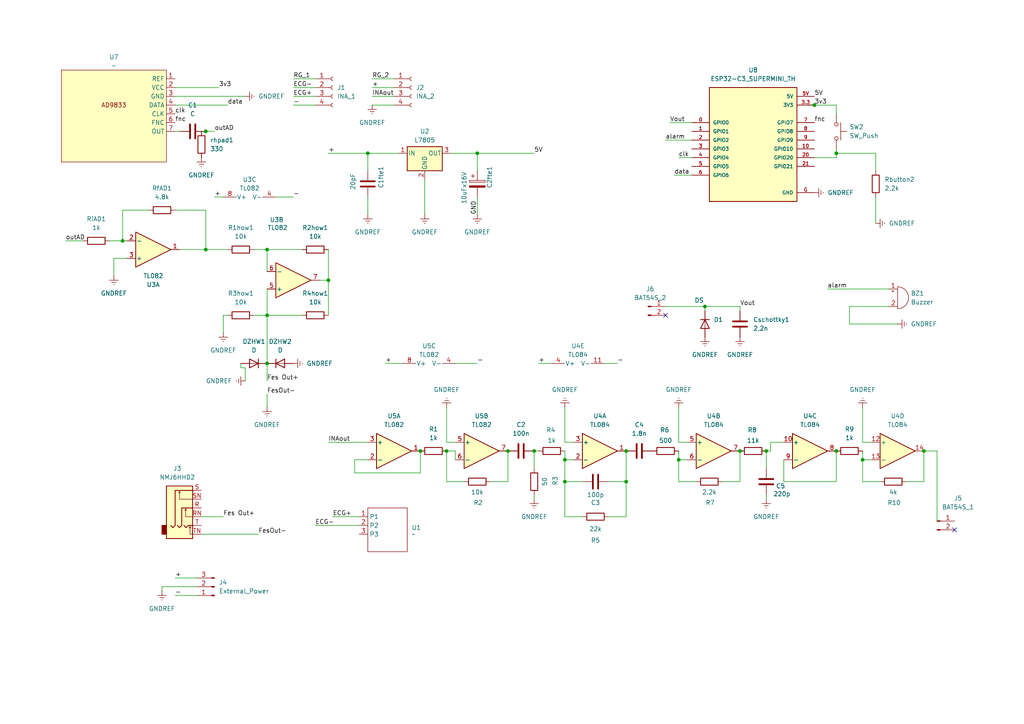
<source format=kicad_sch>
(kicad_sch (version 20250114) (generator "eeschema") (generator_version "9.0")
  (paper "A4")
  (lib_symbols
    (symbol "AD9833:AD9833" (in_bom no) (on_board no)
      (property "Reference" "U" (at 0 7.62 0))
      (symbol "AD9833_1_1"
        (rectangle (start -15.24 11.43) (end 15.24 -15.24) (fill (type background)))
        (text "AD9833\n" (at 0 1.27 0) (effects (font (size 1.27 1.27))))
        (pin passive line (at 17.78 8.89 180) (length 2.54) (name "REF") (number "1"))
        (pin power_in line (at 17.78 6.35 180) (length 2.54) (name "VCC") (number "2"))
        (pin power_out line (at 17.78 3.81 180) (length 2.54) (name "GND") (number "3"))
        (pin passive line (at 17.78 1.27 180) (length 2.54) (name "DATA") (number "4"))
        (pin passive line (at 17.78 -1.27 180) (length 2.54) (name "CLK") (number "5"))
        (pin passive line (at 17.78 -3.81 180) (length 2.54) (name "FNC") (number "6"))
        (pin output line (at 17.78 -6.35 180) (length 2.54) (name "OUT") (number "7"))
      )
    )
    (symbol "Amplifier_Operational:TL082" (pin_names (offset 0.127))
      (property "Reference" "U" (at 0 5.08 0))
      (property "Value" "TL082" (at 0 -5.08 0))
      (symbol "TL082_1_1"
        (polyline (pts (xy -5.08 5.08) (xy 5.08 0) (xy -5.08 -5.08) (xy -5.08 5.08)) (stroke (width 0.254)) (fill (type background)))
        (pin input line (at -7.62 2.54 0) (length 2.54) (name "+") (number "3"))
        (pin input line (at -7.62 -2.54 0) (length 2.54) (name "-") (number "2"))
        (pin output line (at 7.62 0 180) (length 2.54) (name "~") (number "1"))
      )
      (symbol "TL082_2_1"
        (polyline (pts (xy -5.08 5.08) (xy 5.08 0) (xy -5.08 -5.08) (xy -5.08 5.08)) (stroke (width 0.254)) (fill (type background)))
        (pin input line (at -7.62 2.54 0) (length 2.54) (name "+") (number "5"))
        (pin input line (at -7.62 -2.54 0) (length 2.54) (name "-") (number "6"))
        (pin output line (at 7.62 0 180) (length 2.54) (name "~") (number "7"))
      )
      (symbol "TL082_3_1"
        (pin power_in line (at -2.54 7.62 270) (length 3.81) (name "V+") (number "8"))
        (pin power_in line (at -2.54 -7.62 90) (length 3.81) (name "V-") (number "4"))
      )
    )
    (symbol "Amplifier_Operational:TL084" (pin_names (offset 0.127))
      (property "Reference" "U" (at 0 5.08 0))
      (property "Value" "TL084" (at 0 -5.08 0))
      (symbol "TL084_1_1"
        (polyline (pts (xy -5.08 5.08) (xy 5.08 0) (xy -5.08 -5.08) (xy -5.08 5.08)) (stroke (width 0.254)) (fill (type background)))
        (pin input line (at -7.62 2.54 0) (length 2.54) (name "+") (number "3"))
        (pin input line (at -7.62 -2.54 0) (length 2.54) (name "-") (number "2"))
        (pin output line (at 7.62 0 180) (length 2.54) (name "~") (number "1"))
      )
      (symbol "TL084_2_1"
        (polyline (pts (xy -5.08 5.08) (xy 5.08 0) (xy -5.08 -5.08) (xy -5.08 5.08)) (stroke (width 0.254)) (fill (type background)))
        (pin input line (at -7.62 2.54 0) (length 2.54) (name "+") (number "5"))
        (pin input line (at -7.62 -2.54 0) (length 2.54) (name "-") (number "6"))
        (pin output line (at 7.62 0 180) (length 2.54) (name "~") (number "7"))
      )
      (symbol "TL084_3_1"
        (polyline (pts (xy -5.08 5.08) (xy 5.08 0) (xy -5.08 -5.08) (xy -5.08 5.08)) (stroke (width 0.254)) (fill (type background)))
        (pin input line (at -7.62 2.54 0) (length 2.54) (name "+") (number "10"))
        (pin input line (at -7.62 -2.54 0) (length 2.54) (name "-") (number "9"))
        (pin output line (at 7.62 0 180) (length 2.54) (name "~") (number "8"))
      )
      (symbol "TL084_4_1"
        (polyline (pts (xy -5.08 5.08) (xy 5.08 0) (xy -5.08 -5.08) (xy -5.08 5.08)) (stroke (width 0.254)) (fill (type background)))
        (pin input line (at -7.62 2.54 0) (length 2.54) (name "+") (number "12"))
        (pin input line (at -7.62 -2.54 0) (length 2.54) (name "-") (number "13"))
        (pin output line (at 7.62 0 180) (length 2.54) (name "~") (number "14"))
      )
      (symbol "TL084_5_1"
        (pin power_in line (at -2.54 7.62 270) (length 3.81) (name "V+") (number "4"))
        (pin power_in line (at -2.54 -7.62 90) (length 3.81) (name "V-") (number "11"))
      )
    )
    (symbol "Connector:Conn_01x02_Pin" (pin_names (offset 1.016) (hide yes))
      (property "Reference" "J" (at 0 2.54 0))
      (property "Value" "Conn_01x02_Pin" (at 0 -5.08 0))
      (symbol "Conn_01x02_Pin_1_1"
        (rectangle (start 0.8636 0.127) (end 0 -0.127) (stroke (width 0.1524)) (fill (type outline)))
        (rectangle (start 0.8636 -2.413) (end 0 -2.667) (stroke (width 0.1524)) (fill (type outline)))
        (polyline (pts (xy 1.27 0) (xy 0.8636 0)) (stroke (width 0.1524)))
        (polyline (pts (xy 1.27 -2.54) (xy 0.8636 -2.54)) (stroke (width 0.1524)))
        (pin passive line (at 5.08 0 180) (length 3.81) (name "Pin_1") (number "1"))
        (pin passive line (at 5.08 -2.54 180) (length 3.81) (name "Pin_2") (number "2"))
      )
    )
    (symbol "Connector:Conn_01x03_Pin" (pin_names (offset 1.016) (hide yes))
      (property "Reference" "J" (at 0 5.08 0))
      (property "Value" "Conn_01x03_Pin" (at 0 -5.08 0))
      (symbol "Conn_01x03_Pin_1_1"
        (rectangle (start 0.8636 2.667) (end 0 2.413) (stroke (width 0.1524)) (fill (type outline)))
        (rectangle (start 0.8636 0.127) (end 0 -0.127) (stroke (width 0.1524)) (fill (type outline)))
        (rectangle (start 0.8636 -2.413) (end 0 -2.667) (stroke (width 0.1524)) (fill (type outline)))
        (polyline (pts (xy 1.27 2.54) (xy 0.8636 2.54)) (stroke (width 0.1524)))
        (polyline (pts (xy 1.27 0) (xy 0.8636 0)) (stroke (width 0.1524)))
        (polyline (pts (xy 1.27 -2.54) (xy 0.8636 -2.54)) (stroke (width 0.1524)))
        (pin passive line (at 5.08 2.54 180) (length 3.81) (name "Pin_1") (number "1"))
        (pin passive line (at 5.08 0 180) (length 3.81) (name "Pin_2") (number "2"))
        (pin passive line (at 5.08 -2.54 180) (length 3.81) (name "Pin_3") (number "3"))
      )
    )
    (symbol "Connector:Conn_01x04_Socket" (pin_names (offset 1.016) (hide yes))
      (property "Reference" "J" (at 0 5.08 0))
      (property "Value" "Conn_01x04_Socket" (at 0 -7.62 0))
      (symbol "Conn_01x04_Socket_1_1"
        (polyline (pts (xy -1.27 2.54) (xy -0.508 2.54)) (stroke (width 0.1524)))
        (polyline (pts (xy -1.27 0) (xy -0.508 0)) (stroke (width 0.1524)))
        (polyline (pts (xy -1.27 -2.54) (xy -0.508 -2.54)) (stroke (width 0.1524)))
        (polyline (pts (xy -1.27 -5.08) (xy -0.508 -5.08)) (stroke (width 0.1524)))
        (arc (start 0 2.032) (mid -0.5058 2.54) (end 0 3.048) (stroke (width 0.1524)))
        (arc (start 0 -0.508) (mid -0.5058 0) (end 0 0.508) (stroke (width 0.1524)))
        (arc (start 0 -3.048) (mid -0.5058 -2.54) (end 0 -2.032) (stroke (width 0.1524)))
        (arc (start 0 -5.588) (mid -0.5058 -5.08) (end 0 -4.572) (stroke (width 0.1524)))
        (pin passive line (at -5.08 2.54 0) (length 3.81) (name "Pin_1") (number "1"))
        (pin passive line (at -5.08 0 0) (length 3.81) (name "Pin_2") (number "2"))
        (pin passive line (at -5.08 -2.54 0) (length 3.81) (name "Pin_3") (number "3"))
        (pin passive line (at -5.08 -5.08 0) (length 3.81) (name "Pin_4") (number "4"))
      )
    )
    (symbol "Connector_Audio:NMJ6HHD2"
      (property "Reference" "J" (at 0 11.43 0))
      (property "Value" "NMJ6HHD2" (at 0 8.89 0))
      (symbol "NMJ6HHD2_0_1"
        (rectangle (start -5.08 -5.08) (end -6.35 -7.62) (stroke (width 0.254)) (fill (type outline)))
        (polyline (pts (xy -1.905 -5.08) (xy -1.27 -5.715) (xy -0.635 -5.08) (xy -0.635 0) (xy 2.54 0)) (stroke (width 0.254)))
        (polyline (pts (xy -1.27 4.826) (xy -1.016 4.318)))
        (polyline (pts (xy 0 -5.08) (xy 0.635 -5.715) (xy 1.27 -5.08) (xy 2.54 -5.08)) (stroke (width 0.254)))
        (polyline (pts (xy 0.508 -0.254) (xy 0.762 -0.762)))
        (polyline (pts (xy 1.778 -5.334) (xy 2.032 -5.842)))
        (rectangle (start 2.54 6.35) (end -5.08 -8.89) (stroke (width 0.254)) (fill (type background)))
        (polyline (pts (xy 2.54 5.08) (xy -2.54 5.08) (xy -2.54 -5.08) (xy -3.175 -5.715) (xy -3.81 -5.08)) (stroke (width 0.254)))
        (polyline (pts (xy 2.54 2.54) (xy -1.27 2.54) (xy -1.27 4.826) (xy -1.524 4.318)))
        (polyline (pts (xy 2.54 -2.54) (xy 0.508 -2.54) (xy 0.508 -0.254) (xy 0.254 -0.762)))
        (polyline (pts (xy 2.54 -7.62) (xy 1.778 -7.62) (xy 1.778 -5.334) (xy 1.524 -5.842)))
      )
      (symbol "NMJ6HHD2_1_1"
        (pin passive line (at 5.08 5.08 180) (length 2.54) (name "~") (number "S"))
        (pin passive line (at 5.08 2.54 180) (length 2.54) (name "~") (number "SN"))
        (pin passive line (at 5.08 0 180) (length 2.54) (name "~") (number "R"))
        (pin passive line (at 5.08 -2.54 180) (length 2.54) (name "~") (number "RN"))
        (pin passive line (at 5.08 -5.08 180) (length 2.54) (name "~") (number "T"))
        (pin passive line (at 5.08 -7.62 180) (length 2.54) (name "~") (number "TN"))
      )
    )
    (symbol "Device:Buzzer" (pin_names (offset 0.0254) (hide yes))
      (property "Reference" "BZ" (at 3.81 1.27 0))
      (property "Value" "Buzzer" (at 3.81 -1.27 0))
      (symbol "Buzzer_0_1"
        (polyline (pts (xy -1.651 1.905) (xy -1.143 1.905)))
        (polyline (pts (xy -1.397 2.159) (xy -1.397 1.651)))
        (arc (start 0 3.175) (mid 3.1612 0) (end 0 -3.175))
        (polyline (pts (xy 0 3.175) (xy 0 -3.175)))
      )
      (symbol "Buzzer_1_1"
        (pin passive line (at -2.54 2.54 0) (length 2.54) (name "+") (number "1"))
        (pin passive line (at -2.54 -2.54 0) (length 2.54) (name "-") (number "2"))
      )
    )
    (symbol "Device:C" (pin_numbers (hide yes)) (pin_names (offset 0.254))
      (property "Reference" "C" (at 0.635 2.54 0))
      (property "Value" "C" (at 0.635 -2.54 0))
      (symbol "C_0_1"
        (polyline (pts (xy -2.032 0.762) (xy 2.032 0.762)) (stroke (width 0.508)))
        (polyline (pts (xy -2.032 -0.762) (xy 2.032 -0.762)) (stroke (width 0.508)))
      )
      (symbol "C_1_1"
        (pin passive line (at 0 3.81 270) (length 2.794) (name "~") (number "1"))
        (pin passive line (at 0 -3.81 90) (length 2.794) (name "~") (number "2"))
      )
    )
    (symbol "Device:C_Polarized" (pin_numbers (hide yes)) (pin_names (offset 0.254))
      (property "Reference" "C" (at 0.635 2.54 0))
      (property "Value" "C_Polarized" (at 0.635 -2.54 0))
      (symbol "C_Polarized_0_1"
        (rectangle (start -2.286 0.508) (end 2.286 1.016))
        (polyline (pts (xy -1.778 2.286) (xy -0.762 2.286)))
        (polyline (pts (xy -1.27 2.794) (xy -1.27 1.778)))
        (rectangle (start 2.286 -0.508) (end -2.286 -1.016) (fill (type outline)))
      )
      (symbol "C_Polarized_1_1"
        (pin passive line (at 0 3.81 270) (length 2.794) (name "~") (number "1"))
        (pin passive line (at 0 -3.81 90) (length 2.794) (name "~") (number "2"))
      )
    )
    (symbol "Device:D" (pin_numbers (hide yes)) (pin_names (offset 1.016) (hide yes))
      (property "Reference" "D" (at 0 2.54 0))
      (property "Value" "D" (at 0 -2.54 0))
      (symbol "D_0_1"
        (polyline (pts (xy -1.27 1.27) (xy -1.27 -1.27)) (stroke (width 0.254)))
        (polyline (pts (xy 1.27 1.27) (xy 1.27 -1.27) (xy -1.27 0) (xy 1.27 1.27)) (stroke (width 0.254)))
        (polyline (pts (xy 1.27 0) (xy -1.27 0)))
      )
      (symbol "D_1_1"
        (pin passive line (at -3.81 0 0) (length 2.54) (name "K") (number "1"))
        (pin passive line (at 3.81 0 180) (length 2.54) (name "A") (number "2"))
      )
    )
    (symbol "Device:R" (pin_numbers (hide yes)) (pin_names (offset 0))
      (property "Reference" "R" (at 2.032 0 90))
      (property "Value" "R" (at 0 0 90))
      (symbol "R_0_1"
        (rectangle (start -1.016 -2.54) (end 1.016 2.54) (stroke (width 0.254)))
      )
      (symbol "R_1_1"
        (pin passive line (at 0 3.81 270) (length 1.27) (name "~") (number "1"))
        (pin passive line (at 0 -3.81 90) (length 1.27) (name "~") (number "2"))
      )
    )
    (symbol "ESP32-C3_SUPERMINI_TH:ESP32-C3_SUPERMINI_TH" (pin_names (offset 1.016))
      (property "Reference" "U" (at -12.7 16.002 0))
      (property "Value" "ESP32-C3_SUPERMINI_TH" (at -12.7 -20.32 0))
      (symbol "ESP32-C3_SUPERMINI_TH_0_0"
        (rectangle (start -12.7 -17.78) (end 12.7 15.24) (stroke (width 0.254)) (fill (type background)))
        (pin bidirectional line (at -17.78 5.08 0) (length 5.08) (name "GPIO0") (number "0"))
        (pin bidirectional line (at -17.78 2.54 0) (length 5.08) (name "GPIO1") (number "1"))
        (pin bidirectional line (at -17.78 0 0) (length 5.08) (name "GPIO2") (number "2"))
        (pin bidirectional line (at -17.78 -2.54 0) (length 5.08) (name "GPIO3") (number "3"))
        (pin bidirectional line (at -17.78 -5.08 0) (length 5.08) (name "GPIO4") (number "4"))
        (pin bidirectional line (at -17.78 -7.62 0) (length 5.08) (name "GPIO5") (number "5"))
        (pin bidirectional line (at -17.78 -10.16 0) (length 5.08) (name "GPIO6") (number "6"))
        (pin power_in line (at 17.78 12.7 180) (length 5.08) (name "5V") (number "5V"))
        (pin power_in line (at 17.78 10.16 180) (length 5.08) (name "3V3") (number "3.3"))
        (pin bidirectional line (at 17.78 5.08 180) (length 5.08) (name "GPIO7") (number "7"))
        (pin bidirectional line (at 17.78 2.54 180) (length 5.08) (name "GPIO8") (number "8"))
        (pin bidirectional line (at 17.78 0 180) (length 5.08) (name "GPIO9") (number "9"))
        (pin bidirectional line (at 17.78 -2.54 180) (length 5.08) (name "GPIO10") (number "10"))
        (pin bidirectional line (at 17.78 -5.08 180) (length 5.08) (name "GPIO20") (number "20"))
        (pin bidirectional line (at 17.78 -7.62 180) (length 5.08) (name "GPIO21") (number "21"))
        (pin power_in line (at 17.78 -15.24 180) (length 5.08) (name "GND") (number "G"))
      )
    )
    (symbol "Regulator_Linear:L7805" (pin_names (offset 0.254))
      (property "Reference" "U" (at -3.81 3.175 0))
      (property "Value" "L7805" (at 0 3.175 0))
      (symbol "L7805_0_1"
        (rectangle (start -5.08 1.905) (end 5.08 -5.08) (stroke (width 0.254)) (fill (type background)))
      )
      (symbol "L7805_1_1"
        (pin power_in line (at -7.62 0 0) (length 2.54) (name "IN") (number "1"))
        (pin power_in line (at 0 -7.62 90) (length 2.54) (name "GND") (number "2"))
        (pin power_out line (at 7.62 0 180) (length 2.54) (name "OUT") (number "3"))
      )
    )
    (symbol "Switch:SW_Push" (pin_numbers (hide yes)) (pin_names (offset 1.016) (hide yes))
      (property "Reference" "SW" (at 1.27 2.54 0))
      (property "Value" "SW_Push" (at 0 -1.524 0))
      (symbol "SW_Push_0_1"
        (circle (center -2.032 0) (radius 0.508))
        (polyline (pts (xy 0 1.27) (xy 0 3.048)))
        (circle (center 2.032 0) (radius 0.508))
        (polyline (pts (xy 2.54 1.27) (xy -2.54 1.27)))
        (pin passive line (at -5.08 0 0) (length 2.54) (name "1") (number "1"))
        (pin passive line (at 5.08 0 180) (length 2.54) (name "2") (number "2"))
      )
    )
    (symbol "jackaudio:Jack_ecg"
      (property "Reference" "U" (at 0 0 0))
      (symbol "Jack_ecg_0_1"
        (rectangle (start -6.35 5.08) (end 5.08 -7.62))
      )
      (symbol "Jack_ecg_1_1"
        (pin input line (at -8.89 2.54 0) (length 2.54) (name "P1") (number "1"))
        (pin input line (at -8.89 0 0) (length 2.54) (name "P2") (number "2"))
        (pin input line (at -8.89 -2.54 0) (length 2.54) (name "P3") (number "3"))
      )
    )
    (symbol "power:GNDREF" (power) (pin_numbers (hide yes)) (pin_names (offset 0) (hide yes))
      (property "Value" "GNDREF" (at 0 -3.81 0))
      (symbol "GNDREF_0_1"
        (polyline (pts (xy -0.635 -1.905) (xy 0.635 -1.905)))
        (polyline (pts (xy -0.127 -2.54) (xy 0.127 -2.54)))
        (polyline (pts (xy 0 -1.27) (xy 0 0)))
        (polyline (pts (xy 1.27 -1.27) (xy -1.27 -1.27)))
      )
      (symbol "GNDREF_1_1"
        (pin power_in line (at 0 0 270) (length 0) (name "~") (number "1"))
      )
    )
  )
  (junction (at 222.25 130.81))
  (junction (at 77.47 91.44))
  (junction (at 181.61 130.81))
  (junction (at 242.57 44.45))
  (junction (at 242.57 130.81))
  (junction (at 77.47 72.39))
  (junction (at 59.69 72.39))
  (junction (at 77.47 105.41))
  (junction (at 121.92 130.81))
  (junction (at 106.68 44.45))
  (junction (at 154.94 130.81))
  (junction (at 181.61 139.7))
  (junction (at 250.19 133.35))
  (junction (at 163.83 133.35))
  (junction (at 163.83 139.7))
  (junction (at 129.54 130.81))
  (junction (at 204.47 88.9))
  (junction (at 138.43 44.45))
  (junction (at 35.56 69.85))
  (junction (at 214.63 130.81))
  (junction (at 59.69 38.1))
  (junction (at 236.22 30.48))
  (junction (at 196.85 133.35))
  (junction (at 95.25 81.28))
  (junction (at 267.97 130.81))
  (junction (at 147.32 130.81))
  (no_connect (at 193.04 91.44))
  (no_connect (at 276.86 153.67))
  (wire (pts (xy 214.63 88.9) (xy 214.63 90.17)))
  (wire (pts (xy 163.83 139.7) (xy 163.83 149.86)))
  (wire (pts (xy 58.42 149.86) (xy 64.77 149.86)))
  (wire (pts (xy 102.87 133.35) (xy 106.68 133.35)))
  (wire (pts (xy 71.12 106.68) (xy 69.85 106.68)))
  (wire (pts (xy 52.07 72.39) (xy 59.69 72.39)))
  (wire (pts (xy 106.68 44.45) (xy 115.57 44.45)))
  (wire (pts (xy 196.85 133.35) (xy 196.85 139.7)))
  (wire (pts (xy 271.78 130.81) (xy 267.97 130.81)))
  (wire (pts (xy 107.95 27.94) (xy 114.3 27.94)))
  (wire (pts (xy 204.47 90.17) (xy 204.47 88.9)))
  (wire (pts (xy 196.85 139.7) (xy 201.93 139.7)))
  (wire (pts (xy 234.95 30.48) (xy 236.22 30.48)))
  (wire (pts (xy 223.52 128.27) (xy 227.33 128.27)))
  (wire (pts (xy 254 44.45) (xy 254 49.53)))
  (wire (pts (xy 166.37 128.27) (xy 163.83 128.27)))
  (wire (pts (xy 50.8 167.64) (xy 57.15 167.64)))
  (wire (pts (xy 107.95 30.48) (xy 114.3 30.48)))
  (wire (pts (xy 62.23 57.15) (xy 64.77 57.15)))
  (wire (pts (xy 138.43 105.41) (xy 132.08 105.41)))
  (wire (pts (xy 52.07 38.1) (xy 50.8 38.1)))
  (wire (pts (xy 96.52 149.86) (xy 104.14 149.86)))
  (wire (pts (xy 163.83 149.86) (xy 168.91 149.86)))
  (wire (pts (xy 222.25 135.89) (xy 222.25 130.81)))
  (wire (pts (xy 106.68 44.45) (xy 106.68 49.53)))
  (wire (pts (xy 50.8 27.94) (xy 71.12 27.94)))
  (wire (pts (xy 250.19 139.7) (xy 255.27 139.7)))
  (wire (pts (xy 154.94 135.89) (xy 154.94 130.81)))
  (wire (pts (xy 163.83 130.81) (xy 163.83 133.35)))
  (wire (pts (xy 85.09 27.94) (xy 91.44 27.94)))
  (wire (pts (xy 73.66 91.44) (xy 77.47 91.44)))
  (wire (pts (xy 242.57 44.45) (xy 254 44.45)))
  (wire (pts (xy 129.54 118.11) (xy 129.54 128.27)))
  (wire (pts (xy 35.56 69.85) (xy 35.56 60.96)))
  (wire (pts (xy 262.89 139.7) (xy 267.97 139.7)))
  (wire (pts (xy 199.39 128.27) (xy 196.85 128.27)))
  (wire (pts (xy 196.85 45.72) (xy 200.66 45.72)))
  (wire (pts (xy 242.57 45.72) (xy 236.22 45.72)))
  (wire (pts (xy 196.85 118.11) (xy 196.85 128.27)))
  (wire (pts (xy 31.75 69.85) (xy 35.56 69.85)))
  (wire (pts (xy 254 57.15) (xy 254 64.77)))
  (wire (pts (xy 163.83 118.11) (xy 163.83 128.27)))
  (wire (pts (xy 193.04 88.9) (xy 204.47 88.9)))
  (wire (pts (xy 33.02 74.93) (xy 33.02 80.01)))
  (wire (pts (xy 223.52 130.81) (xy 222.25 130.81)))
  (wire (pts (xy 147.32 139.7) (xy 147.32 130.81)))
  (wire (pts (xy 252.73 128.27) (xy 250.19 128.27)))
  (wire (pts (xy 195.58 50.8) (xy 200.66 50.8)))
  (wire (pts (xy 50.8 25.4) (xy 63.5 25.4)))
  (wire (pts (xy 77.47 105.41) (xy 77.47 110.49)))
  (wire (pts (xy 66.04 91.44) (xy 64.77 91.44)))
  (wire (pts (xy 92.71 81.28) (xy 95.25 81.28)))
  (wire (pts (xy 35.56 69.85) (xy 36.83 69.85)))
  (wire (pts (xy 222.25 143.51) (xy 222.25 144.78)))
  (wire (pts (xy 106.68 57.15) (xy 106.68 62.23)))
  (wire (pts (xy 50.8 60.96) (xy 59.69 60.96)))
  (wire (pts (xy 132.08 128.27) (xy 129.54 128.27)))
  (wire (pts (xy 102.87 133.35) (xy 102.87 137.16)))
  (wire (pts (xy 50.8 172.72) (xy 57.15 172.72)))
  (wire (pts (xy 85.09 30.48) (xy 91.44 30.48)))
  (wire (pts (xy 250.19 133.35) (xy 252.73 133.35)))
  (wire (pts (xy 121.92 137.16) (xy 121.92 130.81)))
  (wire (pts (xy 91.44 152.4) (xy 104.14 152.4)))
  (wire (pts (xy 77.47 114.3) (xy 77.47 118.11)))
  (wire (pts (xy 176.53 149.86) (xy 181.61 149.86)))
  (wire (pts (xy 64.77 91.44) (xy 64.77 96.52)))
  (wire (pts (xy 107.95 25.4) (xy 114.3 25.4)))
  (wire (pts (xy 240.03 83.82) (xy 257.81 83.82)))
  (wire (pts (xy 129.54 139.7) (xy 134.62 139.7)))
  (wire (pts (xy 59.69 60.96) (xy 59.69 72.39)))
  (wire (pts (xy 73.66 72.39) (xy 77.47 72.39)))
  (wire (pts (xy 267.97 130.81) (xy 267.97 139.7)))
  (wire (pts (xy 77.47 91.44) (xy 87.63 91.44)))
  (wire (pts (xy 46.99 170.18) (xy 46.99 171.45)))
  (wire (pts (xy 156.21 105.41) (xy 160.02 105.41)))
  (wire (pts (xy 59.69 38.1) (xy 58.42 38.1)))
  (wire (pts (xy 77.47 83.82) (xy 77.47 91.44)))
  (wire (pts (xy 129.54 130.81) (xy 129.54 139.7)))
  (wire (pts (xy 181.61 139.7) (xy 181.61 149.86)))
  (wire (pts (xy 19.05 69.85) (xy 24.13 69.85)))
  (wire (pts (xy 62.23 38.1) (xy 59.69 38.1)))
  (wire (pts (xy 138.43 57.15) (xy 138.43 62.23)))
  (wire (pts (xy 194.31 35.56) (xy 200.66 35.56)))
  (wire (pts (xy 77.47 72.39) (xy 77.47 78.74)))
  (wire (pts (xy 111.76 105.41) (xy 116.84 105.41)))
  (wire (pts (xy 156.21 130.81) (xy 154.94 130.81)))
  (wire (pts (xy 242.57 44.45) (xy 242.57 43.18)))
  (wire (pts (xy 95.25 44.45) (xy 106.68 44.45)))
  (wire (pts (xy 181.61 139.7) (xy 181.61 130.81)))
  (wire (pts (xy 132.08 130.81) (xy 132.08 133.35)))
  (wire (pts (xy 35.56 60.96) (xy 43.18 60.96)))
  (wire (pts (xy 142.24 139.7) (xy 147.32 139.7)))
  (wire (pts (xy 227.33 133.35) (xy 227.33 139.7)))
  (wire (pts (xy 77.47 72.39) (xy 87.63 72.39)))
  (wire (pts (xy 250.19 130.81) (xy 250.19 133.35)))
  (wire (pts (xy 138.43 44.45) (xy 138.43 49.53)))
  (wire (pts (xy 196.85 130.81) (xy 196.85 133.35)))
  (wire (pts (xy 242.57 139.7) (xy 242.57 130.81)))
  (wire (pts (xy 123.19 52.07) (xy 123.19 62.23)))
  (wire (pts (xy 250.19 133.35) (xy 250.19 139.7)))
  (wire (pts (xy 69.85 106.68) (xy 69.85 105.41)))
  (wire (pts (xy 271.78 151.13) (xy 271.78 130.81)))
  (wire (pts (xy 107.95 22.86) (xy 114.3 22.86)))
  (wire (pts (xy 77.47 91.44) (xy 77.47 105.41)))
  (wire (pts (xy 223.52 130.81) (xy 223.52 128.27)))
  (wire (pts (xy 95.25 72.39) (xy 95.25 81.28)))
  (wire (pts (xy 85.09 22.86) (xy 91.44 22.86)))
  (wire (pts (xy 95.25 128.27) (xy 106.68 128.27)))
  (wire (pts (xy 209.55 139.7) (xy 214.63 139.7)))
  (wire (pts (xy 36.83 74.93) (xy 33.02 74.93)))
  (wire (pts (xy 246.38 88.9) (xy 246.38 93.98)))
  (wire (pts (xy 102.87 137.16) (xy 121.92 137.16)))
  (wire (pts (xy 227.33 139.7) (xy 242.57 139.7)))
  (wire (pts (xy 57.15 170.18) (xy 46.99 170.18)))
  (wire (pts (xy 95.25 81.28) (xy 95.25 91.44)))
  (wire (pts (xy 85.09 25.4) (xy 91.44 25.4)))
  (wire (pts (xy 138.43 44.45) (xy 154.94 44.45)))
  (wire (pts (xy 242.57 33.02) (xy 242.57 30.48)))
  (wire (pts (xy 163.83 133.35) (xy 166.37 133.35)))
  (wire (pts (xy 130.81 44.45) (xy 138.43 44.45)))
  (wire (pts (xy 242.57 44.45) (xy 242.57 45.72)))
  (wire (pts (xy 246.38 93.98) (xy 260.35 93.98)))
  (wire (pts (xy 129.54 130.81) (xy 132.08 130.81)))
  (wire (pts (xy 163.83 139.7) (xy 168.91 139.7)))
  (wire (pts (xy 193.04 40.64) (xy 200.66 40.64)))
  (wire (pts (xy 236.22 30.48) (xy 242.57 30.48)))
  (wire (pts (xy 204.47 88.9) (xy 214.63 88.9)))
  (wire (pts (xy 176.53 139.7) (xy 181.61 139.7)))
  (wire (pts (xy 80.01 57.15) (xy 85.09 57.15)))
  (wire (pts (xy 214.63 130.81) (xy 214.63 139.7)))
  (wire (pts (xy 246.38 88.9) (xy 257.81 88.9)))
  (wire (pts (xy 59.69 72.39) (xy 66.04 72.39)))
  (wire (pts (xy 71.12 110.49) (xy 71.12 106.68)))
  (wire (pts (xy 179.07 105.41) (xy 175.26 105.41)))
  (wire (pts (xy 50.8 30.48) (xy 66.04 30.48)))
  (wire (pts (xy 163.83 133.35) (xy 163.83 139.7)))
  (wire (pts (xy 58.42 154.94) (xy 74.93 154.94)))
  (wire (pts (xy 250.19 118.11) (xy 250.19 128.27)))
  (wire (pts (xy 154.94 143.51) (xy 154.94 144.78)))
  (wire (pts (xy 196.85 133.35) (xy 199.39 133.35)))
  (label "5V" (at 154.94 44.45 0))
  (label "ECG-" (at 85.09 25.4 0))
  (label "ECG+" (at 85.09 27.94 0))
  (label "+" (at 111.76 105.41 0))
  (label "RG_1" (at 85.09 22.86 0))
  (label "fnc" (at 50.8 35.56 0))
  (label "data" (at 195.58 50.8 0))
  (label "clk" (at 50.8 33.02 0))
  (label "clk" (at 196.85 45.72 0))
  (label "5V" (at 236.22 27.94 0))
  (label "+" (at 107.95 25.4 0))
  (label "alarm" (at 240.03 83.82 0))
  (label "outAD" (at 19.05 69.85 0))
  (label "+" (at 95.25 44.45 0))
  (label "Fes Out+" (at 64.77 149.86 0))
  (label "+" (at 50.8 167.64 0))
  (label "FesOut-" (at 77.47 114.3 0))
  (label "fnc" (at 236.22 35.56 0))
  (label "-" (at 138.43 105.41 0))
  (label "GND" (at 138.43 62.23 90))
  (label "3v3" (at 236.22 30.48 0))
  (label "ECG+" (at 96.52 149.86 0))
  (label "INAout" (at 95.25 128.27 0))
  (label "-" (at 50.8 172.72 0))
  (label "-" (at 179.07 105.41 0))
  (label "ECG-" (at 91.44 152.4 0))
  (label "FesOut-" (at 74.93 154.94 0))
  (label "outAD" (at 62.23 38.1 0))
  (label "data" (at 66.04 30.48 0))
  (label "INAout" (at 107.95 27.94 0))
  (label "+" (at 62.23 57.15 0))
  (label "3v3" (at 63.5 25.4 0))
  (label "-" (at 85.09 30.48 0))
  (label "alarm" (at 193.04 40.64 0))
  (label "-" (at 85.09 57.15 0))
  (label "Fes Out+" (at 77.47 110.49 0))
  (label "RG_2" (at 107.95 22.86 0))
  (label "Vout" (at 214.63 88.9 0))
  (label "+" (at 156.21 105.41 0))
  (label "Vout" (at 194.31 35.56 0))
  (symbol (lib_id "jackaudio:Jack_ecg") (at 113.03 152.4 0) (unit 1)
    (property "Reference" "U1" (at 119.38 153.0349 0) (effects (justify left)))
    (property "Value" "~" (at 119.38 154.94 0) (effects (justify left)))
    (property "Footprint" "jackaudio:jack ECG" (effects (hide yes)))
  )
  (symbol (lib_id "Device:R") (at 154.94 139.7 180) (unit 1)
    (property "Reference" "R3" (at 161.036 139.446 90))
    (property "Value" "50" (at 157.988 139.7 90))
    (property "Footprint" "Resistor_THT:R_Axial_DIN0204_L3.6mm_D1.6mm_P7.62mm_Horizontal" (effects (hide yes)))
    (property "Description" "Resistor" (effects (hide yes)))
  )
  (symbol (lib_id "power:GNDREF") (at 71.12 110.49 270) (unit 1)
    (property "Reference" "#PWR018" (effects (hide yes)))
    (property "Value" "GNDREF" (at 67.31 110.4899 90) (effects (justify right)))
    (property "Description" "Power symbol creates a global label with name \"GNDREF\" , reference supply ground" (effects (hide yes)))
  )
  (symbol (lib_id "ESP32-C3_SUPERMINI_TH:ESP32-C3_SUPERMINI_TH") (at 218.44 40.64 0) (unit 1)
    (property "Reference" "U8" (at 218.44 20.32 0))
    (property "Value" "ESP32-C3_SUPERMINI_TH" (at 218.44 22.86 0))
    (property "Footprint" "ESP32-C3_SUPERMINI_TH:MODULE_ESP32-C3_SUPERMINI_TH" (effects (hide yes)))
    (property "MF" "Espressif Systems" (effects (hide yes)))
    (property "Description_1" "Super tiny ESP32-C3 board" (effects (hide yes)))
    (property "CREATOR" "DIZAR" (effects (hide yes)))
    (property "Price" "None" (effects (hide yes)))
    (property "Package" "Package" (effects (hide yes)))
    (property "Check_prices" "https://www.snapeda.com/parts/ESP32-C3%20SuperMini_TH/Espressif+Systems/view-part/?ref=eda" (effects (hide yes)))
    (property "STANDARD" "IPC-7351B" (effects (hide yes)))
    (property "SnapEDA_Link" "https://www.snapeda.com/parts/ESP32-C3%20SuperMini_TH/Espressif+Systems/view-part/?ref=snap" (effects (hide yes)))
    (property "MP" "ESP32-C3 SuperMini_TH" (effects (hide yes)))
    (property "Availability" "Not in stock" (effects (hide yes)))
    (property "MANUFACTURER" "Espressif Systems" (effects (hide yes)))
  )
  (symbol (lib_id "power:GNDREF") (at 196.85 118.11 180) (unit 1)
    (property "Reference" "#PWR023" (effects (hide yes)))
    (property "Value" "GNDREF" (at 196.85 113.03 0))
    (property "Description" "Power symbol creates a global label with name \"GNDREF\" , reference supply ground" (effects (hide yes)))
  )
  (symbol (lib_id "power:GNDREF") (at 214.63 97.79 0) (unit 1)
    (property "Reference" "#PWR07" (effects (hide yes)))
    (property "Value" "GNDREF" (at 214.63 102.87 0))
    (property "Description" "Power symbol creates a global label with name \"GNDREF\" , reference supply ground" (effects (hide yes)))
  )
  (symbol (lib_id "AD9833:AD9833") (at 33.02 31.75 0) (unit 1) (in_bom no) (on_board no)
    (property "Reference" "U7" (at 33.02 16.51 0))
    (property "Value" "~" (at 33.02 19.05 0))
  )
  (symbol (lib_id "power:GNDREF") (at 204.47 97.79 0) (unit 1)
    (property "Reference" "#PWR010" (effects (hide yes)))
    (property "Value" "GNDREF" (at 204.47 102.87 0))
    (property "Description" "Power symbol creates a global label with name \"GNDREF\" , reference supply ground" (effects (hide yes)))
  )
  (symbol (lib_id "Amplifier_Operational:TL082") (at 72.39 54.61 90) (unit 3)
    (property "Reference" "U3" (at 72.39 52.07 90))
    (property "Value" "TL082" (at 72.39 54.61 90))
    (property "Footprint" "Package_DIP:DIP-8_W7.62mm" (effects (hide yes)))
    (property "Datasheet" "http://www.ti.com/lit/ds/symlink/tl081.pdf" (effects (hide yes)))
    (property "Description" "Dual JFET-Input Operational Amplifiers, DIP-8/SOIC-8/SSOP-8" (effects (hide yes)))
  )
  (symbol (lib_id "Device:R") (at 218.44 130.81 270) (unit 1)
    (property "Reference" "R8" (at 218.186 124.714 90))
    (property "Value" "11k" (at 218.44 127.762 90))
    (property "Footprint" "Resistor_THT:R_Axial_DIN0204_L3.6mm_D1.6mm_P7.62mm_Horizontal" (effects (hide yes)))
    (property "Description" "Resistor" (effects (hide yes)))
  )
  (symbol (lib_id "Device:R") (at 246.38 130.81 90) (unit 1)
    (property "Reference" "R9" (at 246.38 124.46 90))
    (property "Value" "1k" (at 246.38 127 90))
    (property "Footprint" "Resistor_THT:R_Axial_DIN0204_L3.6mm_D1.6mm_P7.62mm_Horizontal" (effects (hide yes)))
    (property "Description" "Resistor" (effects (hide yes)))
  )
  (symbol (lib_id "Device:D") (at 204.47 93.98 270) (unit 1)
    (property "Reference" "D1" (at 207.01 92.7099 90) (effects (justify left)))
    (property "Value" "DS" (at 201.422 87.122 90) (effects (justify left)))
    (property "Footprint" "Diode_THT:D_DO-35_SOD27_P7.62mm_Horizontal" (effects (hide yes)))
    (property "Description" "Diode" (effects (hide yes)))
    (property "Sim.Device" "D" (effects (hide yes)))
    (property "Sim.Pins" "1=K 2=A" (effects (hide yes)))
  )
  (symbol (lib_id "power:GNDREF") (at 250.19 118.11 180) (unit 1)
    (property "Reference" "#PWR026" (effects (hide yes)))
    (property "Value" "GNDREF" (at 250.19 113.03 0))
    (property "Description" "Power symbol creates a global label with name \"GNDREF\" , reference supply ground" (effects (hide yes)))
  )
  (symbol (lib_id "Amplifier_Operational:TL082") (at 139.7 130.81 0) (unit 2)
    (property "Reference" "U5" (at 139.7 120.65 0))
    (property "Value" "TL082" (at 139.7 123.19 0))
    (property "Footprint" "Package_DIP:DIP-8_W7.62mm" (effects (hide yes)))
    (property "Datasheet" "http://www.ti.com/lit/ds/symlink/tl081.pdf" (effects (hide yes)))
    (property "Description" "Dual JFET-Input Operational Amplifiers, DIP-8/SOIC-8/SSOP-8" (effects (hide yes)))
  )
  (symbol (lib_id "power:GNDREF") (at 260.35 93.98 90) (mirror x) (unit 1)
    (property "Reference" "#PWR020" (effects (hide yes)))
    (property "Value" "GNDREF" (at 264.16 93.9799 90) (effects (justify right)))
    (property "Description" "Power symbol creates a global label with name \"GNDREF\" , reference supply ground" (effects (hide yes)))
  )
  (symbol (lib_id "Device:R") (at 172.72 149.86 270) (unit 1)
    (property "Reference" "R5" (at 172.72 156.718 90))
    (property "Value" "22k" (at 172.72 153.416 90))
    (property "Footprint" "Resistor_THT:R_Axial_DIN0204_L3.6mm_D1.6mm_P7.62mm_Horizontal" (effects (hide yes)))
    (property "Description" "Resistor" (effects (hide yes)))
  )
  (symbol (lib_id "Connector:Conn_01x04_Socket") (at 119.38 25.4 0) (unit 1)
    (property "Reference" "J2" (at 120.65 25.3999 0) (effects (justify left)))
    (property "Value" "INA_2" (at 120.65 27.9399 0) (effects (justify left)))
    (property "Footprint" "Connector_PinSocket_2.54mm:PinSocket_1x04_P2.54mm_Vertical" (effects (hide yes)))
    (property "Description" "Generic connector, single row, 01x04, script generated" (effects (hide yes)))
  )
  (symbol (lib_id "power:GNDREF") (at 138.43 62.23 0) (mirror y) (unit 1)
    (property "Reference" "#PWR014" (effects (hide yes)))
    (property "Value" "GNDREF" (at 138.43 67.31 0))
    (property "Description" "Power symbol creates a global label with name \"GNDREF\" , reference supply ground" (effects (hide yes)))
  )
  (symbol (lib_id "Device:C") (at 214.63 93.98 180) (unit 1)
    (property "Reference" "Cschottky1" (at 218.44 92.7099 0) (effects (justify right)))
    (property "Value" "2,2n" (at 218.44 95.2499 0) (effects (justify right)))
    (property "Footprint" "Capacitor_THT:C_Disc_D5.0mm_W2.5mm_P2.50mm" (effects (hide yes)))
    (property "Description" "Unpolarized capacitor" (effects (hide yes)))
  )
  (symbol (lib_id "Connector:Conn_01x02_Pin") (at 187.96 88.9 0) (unit 1)
    (property "Reference" "J6" (at 188.595 83.82 0))
    (property "Value" "BAT54S_2" (at 188.595 86.36 0))
    (property "Footprint" "Connector_PinSocket_2.54mm:PinSocket_1x02_P2.54mm_Vertical" (effects (hide yes)))
    (property "Description" "Generic connector, single row, 01x02, script generated" (effects (hide yes)))
  )
  (symbol (lib_id "Connector:Conn_01x02_Pin") (at 271.78 151.13 0) (unit 1)
    (property "Reference" "J5" (at 277.876 144.526 0))
    (property "Value" "BAT54S_1" (at 277.876 147.066 0))
    (property "Footprint" "Connector_PinSocket_2.54mm:PinSocket_1x02_P2.54mm_Vertical" (effects (hide yes)))
    (property "Description" "Generic connector, single row, 01x02, script generated" (effects (hide yes)))
  )
  (symbol (lib_id "power:GNDREF") (at 254 64.77 90) (mirror x) (unit 1)
    (property "Reference" "#PWR029" (effects (hide yes)))
    (property "Value" "GNDREF" (at 257.81 64.7699 90) (effects (justify right)))
    (property "Description" "Power symbol creates a global label with name \"GNDREF\" , reference supply ground" (effects (hide yes)))
  )
  (symbol (lib_id "Device:C") (at 222.25 139.7 180) (unit 1)
    (property "Reference" "C5" (at 225.044 140.97 0) (effects (justify right)))
    (property "Value" "220p" (at 224.282 143.256 0) (effects (justify right)))
    (property "Footprint" "Capacitor_THT:C_Disc_D5.0mm_W2.5mm_P2.50mm" (effects (hide yes)))
    (property "Description" "Unpolarized capacitor" (effects (hide yes)))
  )
  (symbol (lib_id "Regulator_Linear:L7805") (at 123.19 44.45 0) (unit 1)
    (property "Reference" "U2" (at 123.19 38.1 0))
    (property "Value" "L7805" (at 123.19 40.64 0))
    (property "Footprint" "Package_TO_SOT_THT:TO-220-3_Vertical" (effects (hide yes)))
    (property "Datasheet" "http://www.st.com/content/ccc/resource/technical/document/datasheet/41/4f/b3/b0/12/d4/47/88/CD00000444.pdf/files/CD00000444.pdf/jcr:content/translations/en.CD00000444.pdf" (effects (hide yes)))
    (property "Description" "Positive 1.5A 35V Linear Regulator, Fixed Output 5V, TO-220/TO-263/TO-252" (effects (hide yes)))
  )
  (symbol (lib_id "Device:R") (at 193.04 130.81 270) (unit 1)
    (property "Reference" "R6" (at 192.786 124.714 90))
    (property "Value" "500" (at 193.04 127.762 90))
    (property "Footprint" "Resistor_THT:R_Axial_DIN0204_L3.6mm_D1.6mm_P7.62mm_Horizontal" (effects (hide yes)))
    (property "Description" "Resistor" (effects (hide yes)))
  )
  (symbol (lib_id "power:GNDREF") (at 46.99 171.45 0) (unit 1)
    (property "Reference" "#PWR09" (effects (hide yes)))
    (property "Value" "GNDREF" (at 46.99 176.53 0))
    (property "Description" "Power symbol creates a global label with name \"GNDREF\" , reference supply ground" (effects (hide yes)))
  )
  (symbol (lib_id "power:GNDREF") (at 123.19 62.23 0) (mirror y) (unit 1)
    (property "Reference" "#PWR015" (effects (hide yes)))
    (property "Value" "GNDREF" (at 123.19 67.31 0))
    (property "Description" "Power symbol creates a global label with name \"GNDREF\" , reference supply ground" (effects (hide yes)))
  )
  (symbol (lib_id "power:GNDREF") (at 222.25 144.78 0) (unit 1)
    (property "Reference" "#PWR025" (effects (hide yes)))
    (property "Value" "GNDREF" (at 222.25 149.86 0))
    (property "Description" "Power symbol creates a global label with name \"GNDREF\" , reference supply ground" (effects (hide yes)))
  )
  (symbol (lib_id "Amplifier_Operational:TL084") (at 234.95 130.81 0) (unit 3)
    (property "Reference" "U4" (at 234.95 120.65 0))
    (property "Value" "TL084" (at 234.95 123.19 0))
    (property "Footprint" "Package_DIP:DIP-14_W7.62mm" (effects (hide yes)))
    (property "Datasheet" "http://www.ti.com/lit/ds/symlink/tl081.pdf" (effects (hide yes)))
    (property "Description" "Quad JFET-Input Operational Amplifiers, DIP-14/SOIC-14/SSOP-14" (effects (hide yes)))
  )
  (symbol (lib_id "power:GNDREF") (at 58.42 45.72 0) (unit 1)
    (property "Reference" "#PWR05" (effects (hide yes)))
    (property "Value" "GNDREF" (at 58.42 50.8 0))
    (property "Description" "Power symbol creates a global label with name \"GNDREF\" , reference supply ground" (effects (hide yes)))
  )
  (symbol (lib_id "Device:R") (at 91.44 91.44 90) (unit 1)
    (property "Reference" "R4how1" (at 91.44 85.09 90))
    (property "Value" "10k" (at 91.44 87.63 90))
    (property "Footprint" "Resistor_THT:R_Axial_DIN0204_L3.6mm_D1.6mm_P7.62mm_Horizontal" (effects (hide yes)))
    (property "Description" "Resistor" (effects (hide yes)))
  )
  (symbol (lib_id "Connector:Conn_01x04_Socket") (at 96.52 25.4 0) (unit 1)
    (property "Reference" "J1" (at 97.79 25.3999 0) (effects (justify left)))
    (property "Value" "INA_1" (at 97.79 27.9399 0) (effects (justify left)))
    (property "Footprint" "Connector_PinSocket_2.54mm:PinSocket_1x04_P2.54mm_Vertical" (effects (hide yes)))
    (property "Description" "Generic connector, single row, 01x04, script generated" (effects (hide yes)))
  )
  (symbol (lib_id "Amplifier_Operational:TL084") (at 167.64 102.87 90) (unit 5)
    (property "Reference" "U4" (at 167.64 100.33 90))
    (property "Value" "TL084" (at 167.64 102.87 90))
    (property "Footprint" "Package_DIP:DIP-14_W7.62mm" (effects (hide yes)))
    (property "Datasheet" "http://www.ti.com/lit/ds/symlink/tl081.pdf" (effects (hide yes)))
    (property "Description" "Quad JFET-Input Operational Amplifiers, DIP-14/SOIC-14/SSOP-14" (effects (hide yes)))
  )
  (symbol (lib_id "power:GNDREF") (at 33.02 80.01 0) (unit 1)
    (property "Reference" "#PWR01" (effects (hide yes)))
    (property "Value" "GNDREF" (at 33.02 85.09 0))
    (property "Description" "Power symbol creates a global label with name \"GNDREF\" , reference supply ground" (effects (hide yes)))
  )
  (symbol (lib_id "Device:D") (at 73.66 105.41 180) (unit 1)
    (property "Reference" "DZHW1" (at 73.66 99.06 0))
    (property "Value" "D" (at 73.66 101.6 0))
    (property "Footprint" "Diode_THT:D_DO-35_SOD27_P7.62mm_Horizontal" (effects (hide yes)))
    (property "Description" "Diode" (effects (hide yes)))
    (property "Sim.Device" "D" (effects (hide yes)))
    (property "Sim.Pins" "1=K 2=A" (effects (hide yes)))
  )
  (symbol (lib_id "Device:C") (at 106.68 53.34 0) (unit 1)
    (property "Reference" "C1fte1" (at 110.49 54.61 90) (effects (justify left)))
    (property "Value" "20pF" (at 102.362 55.118 90) (effects (justify left)))
    (property "Footprint" "Capacitor_THT:C_Disc_D5.0mm_W2.5mm_P2.50mm" (effects (hide yes)))
    (property "Description" "Unpolarized capacitor" (effects (hide yes)))
  )
  (symbol (lib_id "Device:C_Polarized") (at 138.43 53.34 0) (unit 1)
    (property "Reference" "C2fte1" (at 141.986 54.61 90) (effects (justify left)))
    (property "Value" "10uFx16V" (at 134.62 59.182 90) (effects (justify left)))
    (property "Footprint" "Capacitor_THT:CP_Radial_D5.0mm_P2.50mm" (effects (hide yes)))
    (property "Description" "Polarized capacitor" (effects (hide yes)))
  )
  (symbol (lib_id "power:GNDREF") (at 107.95 30.48 0) (unit 1)
    (property "Reference" "#PWR03" (effects (hide yes)))
    (property "Value" "GNDREF" (at 107.95 35.56 0))
    (property "Description" "Power symbol creates a global label with name \"GNDREF\" , reference supply ground" (effects (hide yes)))
  )
  (symbol (lib_id "Device:R") (at 46.99 60.96 90) (unit 1)
    (property "Reference" "RfAD1" (at 46.99 54.61 90))
    (property "Value" "4.8k" (at 46.99 57.15 90))
    (property "Footprint" "Resistor_THT:R_Axial_DIN0204_L3.6mm_D1.6mm_P7.62mm_Horizontal" (effects (hide yes)))
    (property "Description" "Resistor" (effects (hide yes)))
  )
  (symbol (lib_id "Amplifier_Operational:TL082") (at 85.09 81.28 0) (mirror x) (unit 2)
    (property "Reference" "U3" (at 80.264 63.754 0))
    (property "Value" "TL082" (at 80.518 66.04 0))
    (property "Footprint" "Package_DIP:DIP-8_W7.62mm" (effects (hide yes)))
    (property "Datasheet" "http://www.ti.com/lit/ds/symlink/tl081.pdf" (effects (hide yes)))
    (property "Description" "Dual JFET-Input Operational Amplifiers, DIP-8/SOIC-8/SSOP-8" (effects (hide yes)))
  )
  (symbol (lib_id "Device:C") (at 55.88 38.1 90) (unit 1)
    (property "Reference" "C1" (at 55.88 30.48 90))
    (property "Value" "C" (at 55.88 33.02 90))
    (property "Footprint" "Capacitor_THT:C_Disc_D5.0mm_W2.5mm_P2.50mm" (effects (hide yes)))
    (property "Description" "Unpolarized capacitor" (effects (hide yes)))
  )
  (symbol (lib_id "Device:Buzzer") (at 260.35 86.36 0) (unit 1)
    (property "Reference" "BZ1" (at 264.16 85.0899 0) (effects (justify left)))
    (property "Value" "Buzzer" (at 264.16 87.6299 0) (effects (justify left)))
    (property "Footprint" "Buzzer_Beeper:Buzzer_12x9.5RM7.6" (effects (hide yes)))
    (property "Description" "Buzzer, polarized" (effects (hide yes)))
  )
  (symbol (lib_id "Connector:Conn_01x03_Pin") (at 62.23 170.18 180) (unit 1)
    (property "Reference" "J4" (at 63.5 168.9099 0) (effects (justify right)))
    (property "Value" "External_Power" (at 63.5 171.4499 0) (effects (justify right)))
    (property "Footprint" "Connector_JST:JST_EH_B3B-EH-A_1x03_P2.50mm_Vertical" (effects (hide yes)))
    (property "Description" "Generic connector, single row, 01x03, script generated" (effects (hide yes)))
  )
  (symbol (lib_id "power:GNDREF") (at 85.09 105.41 90) (unit 1)
    (property "Reference" "#PWR013" (effects (hide yes)))
    (property "Value" "GNDREF" (at 88.9 105.4099 90) (effects (justify right)))
    (property "Description" "Power symbol creates a global label with name \"GNDREF\" , reference supply ground" (effects (hide yes)))
  )
  (symbol (lib_id "Device:R") (at 125.73 130.81 90) (unit 1)
    (property "Reference" "R1" (at 125.73 124.46 90))
    (property "Value" "1k" (at 125.73 127 90))
    (property "Footprint" "Resistor_THT:R_Axial_DIN0204_L3.6mm_D1.6mm_P7.62mm_Horizontal" (effects (hide yes)))
    (property "Description" "Resistor" (effects (hide yes)))
  )
  (symbol (lib_id "power:GNDREF") (at 163.83 118.11 180) (unit 1)
    (property "Reference" "#PWR022" (effects (hide yes)))
    (property "Value" "GNDREF" (at 163.83 113.03 0))
    (property "Description" "Power symbol creates a global label with name \"GNDREF\" , reference supply ground" (effects (hide yes)))
  )
  (symbol (lib_id "Amplifier_Operational:TL082") (at 44.45 72.39 0) (mirror x) (unit 1)
    (property "Reference" "U3" (at 44.45 82.55 0))
    (property "Value" "TL082" (at 44.45 80.01 0))
    (property "Footprint" "Package_DIP:DIP-8_W7.62mm" (effects (hide yes)))
    (property "Datasheet" "http://www.ti.com/lit/ds/symlink/tl081.pdf" (effects (hide yes)))
    (property "Description" "Dual JFET-Input Operational Amplifiers, DIP-8/SOIC-8/SSOP-8" (effects (hide yes)))
  )
  (symbol (lib_id "power:GNDREF") (at 129.54 118.11 180) (unit 1)
    (property "Reference" "#PWR024" (effects (hide yes)))
    (property "Value" "GNDREF" (at 129.54 113.03 0))
    (property "Description" "Power symbol creates a global label with name \"GNDREF\" , reference supply ground" (effects (hide yes)))
  )
  (symbol (lib_id "Amplifier_Operational:TL084") (at 173.99 130.81 0) (unit 1)
    (property "Reference" "U4" (at 173.99 120.65 0))
    (property "Value" "TL084" (at 173.99 123.19 0))
    (property "Footprint" "Package_DIP:DIP-14_W7.62mm" (effects (hide yes)))
    (property "Datasheet" "http://www.ti.com/lit/ds/symlink/tl081.pdf" (effects (hide yes)))
    (property "Description" "Quad JFET-Input Operational Amplifiers, DIP-14/SOIC-14/SSOP-14" (effects (hide yes)))
  )
  (symbol (lib_id "Device:R") (at 259.08 139.7 90) (unit 1)
    (property "Reference" "R10" (at 259.334 145.796 90))
    (property "Value" "4k" (at 259.08 142.748 90))
    (property "Footprint" "Resistor_THT:R_Axial_DIN0204_L3.6mm_D1.6mm_P7.62mm_Horizontal" (effects (hide yes)))
    (property "Description" "Resistor" (effects (hide yes)))
  )
  (symbol (lib_id "Amplifier_Operational:TL084") (at 260.35 130.81 0) (unit 4)
    (property "Reference" "U4" (at 260.35 120.65 0))
    (property "Value" "TL084" (at 260.35 123.19 0))
    (property "Footprint" "Package_DIP:DIP-14_W7.62mm" (effects (hide yes)))
    (property "Datasheet" "http://www.ti.com/lit/ds/symlink/tl081.pdf" (effects (hide yes)))
    (property "Description" "Quad JFET-Input Operational Amplifiers, DIP-14/SOIC-14/SSOP-14" (effects (hide yes)))
  )
  (symbol (lib_id "Device:C") (at 151.13 130.81 90) (unit 1)
    (property "Reference" "C2" (at 151.13 123.19 90))
    (property "Value" "100n" (at 151.13 125.73 90))
    (property "Footprint" "Capacitor_THT:C_Disc_D5.0mm_W2.5mm_P2.50mm" (effects (hide yes)))
    (property "Description" "Unpolarized capacitor" (effects (hide yes)))
  )
  (symbol (lib_id "Device:R") (at 69.85 91.44 90) (unit 1)
    (property "Reference" "R3how1" (at 69.85 85.09 90))
    (property "Value" "10k" (at 69.85 87.63 90))
    (property "Footprint" "Resistor_THT:R_Axial_DIN0204_L3.6mm_D1.6mm_P7.62mm_Horizontal" (effects (hide yes)))
    (property "Description" "Resistor" (effects (hide yes)))
  )
  (symbol (lib_id "Device:C") (at 172.72 139.7 90) (unit 1)
    (property "Reference" "C3" (at 172.72 145.796 90))
    (property "Value" "100p" (at 172.72 143.51 90))
    (property "Footprint" "Capacitor_THT:C_Disc_D5.0mm_W2.5mm_P2.50mm" (effects (hide yes)))
    (property "Description" "Unpolarized capacitor" (effects (hide yes)))
  )
  (symbol (lib_id "power:GNDREF") (at 106.68 62.23 0) (mirror y) (unit 1)
    (property "Reference" "#PWR016" (effects (hide yes)))
    (property "Value" "GNDREF" (at 106.68 67.31 0))
    (property "Description" "Power symbol creates a global label with name \"GNDREF\" , reference supply ground" (effects (hide yes)))
  )
  (symbol (lib_id "power:GNDREF") (at 71.12 27.94 90) (unit 1)
    (property "Reference" "#PWR08" (effects (hide yes)))
    (property "Value" "GNDREF" (at 74.93 27.9399 90) (effects (justify right)))
    (property "Description" "Power symbol creates a global label with name \"GNDREF\" , reference supply ground" (effects (hide yes)))
  )
  (symbol (lib_id "Device:R") (at 69.85 72.39 90) (unit 1)
    (property "Reference" "R1how1" (at 69.85 66.04 90))
    (property "Value" "10k" (at 69.85 68.58 90))
    (property "Footprint" "Resistor_THT:R_Axial_DIN0204_L3.6mm_D1.6mm_P7.62mm_Horizontal" (effects (hide yes)))
    (property "Description" "Resistor" (effects (hide yes)))
  )
  (symbol (lib_id "Connector_Audio:NMJ6HHD2") (at 53.34 147.32 0) (unit 1)
    (property "Reference" "J3" (at 51.435 135.89 0))
    (property "Value" "NMJ6HHD2" (at 51.435 138.43 0))
    (property "Footprint" "Connector_Audio:Jack_6.35mm_Neutrik_NMJ6HHD2_Horizontal" (effects (hide yes)))
    (property "Datasheet" "https://www.neutrik.com/en/product/nmj6hhd2" (effects (hide yes)))
    (property "Description" "M Series, 6.35mm (1/4in) stereo jack, switched, with half threaded nose and offset PCB pins" (effects (hide yes)))
  )
  (symbol (lib_id "Device:R") (at 91.44 72.39 90) (unit 1)
    (property "Reference" "R2how1" (at 91.44 66.04 90))
    (property "Value" "10k" (at 91.44 68.58 90))
    (property "Footprint" "Resistor_THT:R_Axial_DIN0204_L3.6mm_D1.6mm_P7.62mm_Horizontal" (effects (hide yes)))
    (property "Description" "Resistor" (effects (hide yes)))
  )
  (symbol (lib_id "Device:R") (at 27.94 69.85 90) (unit 1)
    (property "Reference" "RiAD1" (at 27.94 63.5 90))
    (property "Value" "1k" (at 27.94 66.04 90))
    (property "Footprint" "Resistor_THT:R_Axial_DIN0204_L3.6mm_D1.6mm_P7.62mm_Horizontal" (effects (hide yes)))
    (property "Description" "Resistor" (effects (hide yes)))
  )
  (symbol (lib_id "power:GNDREF") (at 77.47 118.11 0) (unit 1)
    (property "Reference" "#PWR012" (effects (hide yes)))
    (property "Value" "GNDREF" (at 77.47 123.19 0))
    (property "Description" "Power symbol creates a global label with name \"GNDREF\" , reference supply ground" (effects (hide yes)))
  )
  (symbol (lib_id "Switch:SW_Push") (at 242.57 38.1 270) (unit 1)
    (property "Reference" "SW2" (at 246.38 36.8299 90) (effects (justify left)))
    (property "Value" "SW_Push" (at 246.38 39.3699 90) (effects (justify left)))
    (property "Footprint" "Button_Switch_THT:SW_PUSH_6mm" (effects (hide yes)))
    (property "Description" "Push button switch, generic, two pins" (effects (hide yes)))
  )
  (symbol (lib_id "power:GNDREF") (at 154.94 144.78 0) (unit 1)
    (property "Reference" "#PWR021" (effects (hide yes)))
    (property "Value" "GNDREF" (at 154.94 149.86 0))
    (property "Description" "Power symbol creates a global label with name \"GNDREF\" , reference supply ground" (effects (hide yes)))
  )
  (symbol (lib_id "Amplifier_Operational:TL082") (at 114.3 130.81 0) (unit 1)
    (property "Reference" "U5" (at 114.3 120.65 0))
    (property "Value" "TL082" (at 114.3 123.19 0))
    (property "Footprint" "Package_DIP:DIP-8_W7.62mm" (effects (hide yes)))
    (property "Datasheet" "http://www.ti.com/lit/ds/symlink/tl081.pdf" (effects (hide yes)))
    (property "Description" "Dual JFET-Input Operational Amplifiers, DIP-8/SOIC-8/SSOP-8" (effects (hide yes)))
  )
  (symbol (lib_id "Device:R") (at 58.42 41.91 180) (unit 1)
    (property "Reference" "rhpad1" (at 60.96 40.6399 0) (effects (justify right)))
    (property "Value" "330" (at 60.96 43.1799 0) (effects (justify right)))
    (property "Footprint" "Resistor_THT:R_Axial_DIN0204_L3.6mm_D1.6mm_P7.62mm_Horizontal" (effects (hide yes)))
    (property "Description" "Resistor" (effects (hide yes)))
  )
  (symbol (lib_id "power:GNDREF") (at 64.77 96.52 0) (unit 1)
    (property "Reference" "#PWR02" (effects (hide yes)))
    (property "Value" "GNDREF" (at 64.77 101.6 0))
    (property "Description" "Power symbol creates a global label with name \"GNDREF\" , reference supply ground" (effects (hide yes)))
  )
  (symbol (lib_id "Amplifier_Operational:TL082") (at 124.46 102.87 90) (unit 3)
    (property "Reference" "U5" (at 124.46 100.33 90))
    (property "Value" "TL082" (at 124.46 102.87 90))
    (property "Footprint" "Package_DIP:DIP-8_W7.62mm" (effects (hide yes)))
    (property "Datasheet" "http://www.ti.com/lit/ds/symlink/tl081.pdf" (effects (hide yes)))
    (property "Description" "Dual JFET-Input Operational Amplifiers, DIP-8/SOIC-8/SSOP-8" (effects (hide yes)))
  )
  (symbol (lib_id "Device:R") (at 254 53.34 0) (unit 1)
    (property "Reference" "Rbutton2" (at 256.54 52.0699 0) (effects (justify left)))
    (property "Value" "2,2k" (at 256.54 54.6099 0) (effects (justify left)))
    (property "Footprint" "Resistor_THT:R_Axial_DIN0204_L3.6mm_D1.6mm_P7.62mm_Horizontal" (effects (hide yes)))
    (property "Description" "Resistor" (effects (hide yes)))
  )
  (symbol (lib_id "Device:C") (at 185.42 130.81 90) (unit 1)
    (property "Reference" "C4" (at 185.42 123.19 90))
    (property "Value" "1.8n" (at 185.42 125.73 90))
    (property "Footprint" "Capacitor_THT:C_Disc_D5.0mm_W2.5mm_P2.50mm" (effects (hide yes)))
    (property "Description" "Unpolarized capacitor" (effects (hide yes)))
  )
  (symbol (lib_id "Amplifier_Operational:TL084") (at 207.01 130.81 0) (unit 2)
    (property "Reference" "U4" (at 207.01 120.65 0))
    (property "Value" "TL084" (at 207.01 123.19 0))
    (property "Footprint" "Package_DIP:DIP-14_W7.62mm" (effects (hide yes)))
    (property "Datasheet" "http://www.ti.com/lit/ds/symlink/tl081.pdf" (effects (hide yes)))
    (property "Description" "Quad JFET-Input Operational Amplifiers, DIP-14/SOIC-14/SSOP-14" (effects (hide yes)))
  )
  (symbol (lib_id "Device:R") (at 160.02 130.81 270) (unit 1)
    (property "Reference" "R4" (at 159.766 124.714 90))
    (property "Value" "1k" (at 160.02 127.762 90))
    (property "Footprint" "Resistor_THT:R_Axial_DIN0204_L3.6mm_D1.6mm_P7.62mm_Horizontal" (effects (hide yes)))
    (property "Description" "Resistor" (effects (hide yes)))
  )
  (symbol (lib_id "Device:R") (at 205.74 139.7 90) (unit 1)
    (property "Reference" "R7" (at 205.994 145.796 90))
    (property "Value" "2.2k" (at 205.74 142.748 90))
    (property "Footprint" "Resistor_THT:R_Axial_DIN0204_L3.6mm_D1.6mm_P7.62mm_Horizontal" (effects (hide yes)))
    (property "Description" "Resistor" (effects (hide yes)))
  )
  (symbol (lib_id "Device:D") (at 81.28 105.41 0) (unit 1)
    (property "Reference" "DZHW2" (at 81.28 99.06 0))
    (property "Value" "D" (at 81.28 101.6 0))
    (property "Footprint" "Diode_THT:D_DO-35_SOD27_P7.62mm_Horizontal" (effects (hide yes)))
    (property "Description" "Diode" (effects (hide yes)))
    (property "Sim.Device" "D" (effects (hide yes)))
    (property "Sim.Pins" "1=K 2=A" (effects (hide yes)))
  )
  (symbol (lib_id "power:GNDREF") (at 236.22 55.88 90) (mirror x) (unit 1)
    (property "Reference" "#PWR027" (effects (hide yes)))
    (property "Value" "GNDREF" (at 240.03 55.8799 90) (effects (justify right)))
    (property "Description" "Power symbol creates a global label with name \"GNDREF\" , reference supply ground" (effects (hide yes)))
  )
  (symbol (lib_id "Device:R") (at 138.43 139.7 90) (unit 1)
    (property "Reference" "R2" (at 138.684 145.796 90))
    (property "Value" "10k" (at 138.43 142.748 90))
    (property "Footprint" "Resistor_THT:R_Axial_DIN0204_L3.6mm_D1.6mm_P7.62mm_Horizontal" (effects (hide yes)))
    (property "Description" "Resistor" (effects (hide yes)))
  )
)
</source>
